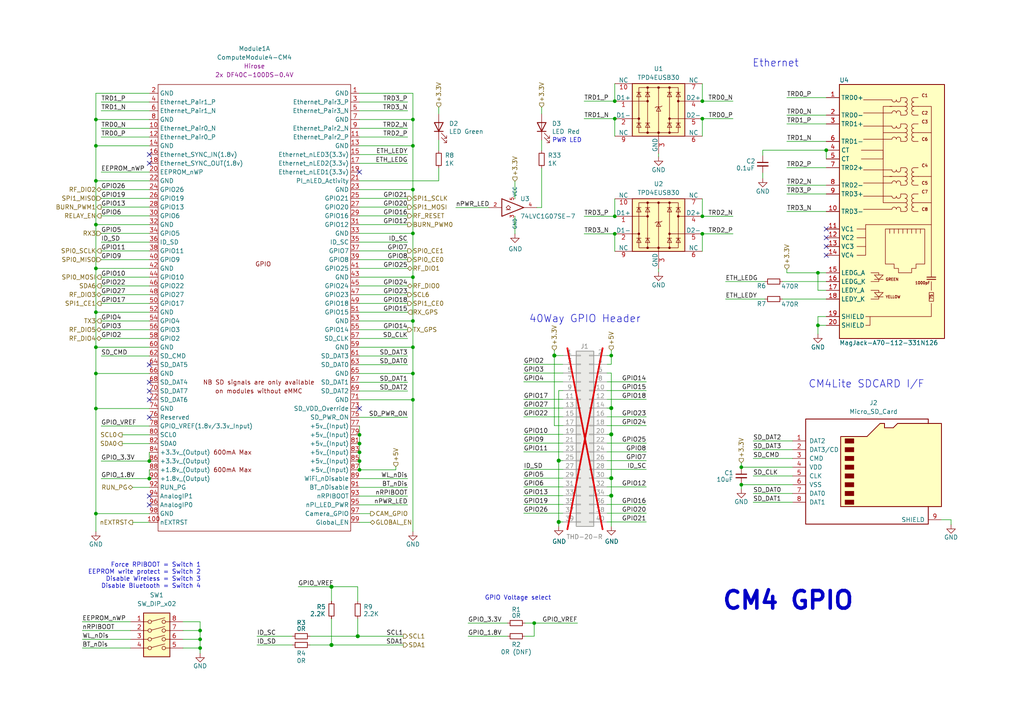
<source format=kicad_sch>
(kicad_sch (version 20230121) (generator eeschema)
  (paper "A4")
  (title_block (title "PiCubed Mainboard") (date "2024-02-27") (rev "01") (company "RExLab Carnegie Mellon University") (comment 1 "Neil Khera"))
  (lib_symbols
    (symbol "CM4IO:74LVC1G07_copy"
      (property "Reference" "U" (at -2.54 3.81 0))
      (property "Value" "74LVC1G07_copy" (at 0 -3.81 0))
      (symbol "74LVC1G07_copy_1_1"
        (pin input line (at -7.62 0 0) (length 3.81) (name "~") (number "2"))
        (pin power_in line (at 0 -2.54 270) (length 0) (name "GND") (number "3"))
        (pin open_collector line (at 6.35 0 180) (length 3.81) (name "~") (number "4"))
        (pin power_in line (at 0 2.54 90) (length 0) (name "VCC") (number "5"))
      )
    )
    (symbol "CM4IO:MagJack-A70-112-331N126"
      (property "Reference" "U" (at 0 0 0))
      (property "Value" "MagJack-A70-112-331N126" (at 0 0 0))
      (symbol "MagJack-A70-112-331N126_1_1"
        (text "1000pF" (at 6.35 17.399 0) (effects (font (size 0.762 0.762))))
        (text "75" (at 8.89 13.335 900) (effects (font (size 0.762 0.762))))
        (text "C1" (at 6.985 71.755 0) (effects (font (size 0.889 0.889))))
        (text "C2" (at 6.985 66.675 0) (effects (font (size 0.889 0.889))))
        (text "C3" (at 6.985 64.135 0) (effects (font (size 0.889 0.889))))
        (text "C4" (at 6.985 51.435 0) (effects (font (size 0.889 0.889))))
        (text "C5" (at 6.985 46.355 0) (effects (font (size 0.889 0.889))))
        (text "C6" (at 6.985 59.055 0) (effects (font (size 0.889 0.889))))
        (text "C7" (at 6.985 43.815 0) (effects (font (size 0.889 0.889))))
        (text "C8" (at 6.985 38.735 0) (effects (font (size 0.889 0.889))))
        (text "GREEN" (at -4.445 18.415 0) (effects (font (size 0.762 0.762)) (justify left)))
        (text "YELLOW" (at -4.445 13.335 0) (effects (font (size 0.762 0.762)) (justify left)))
        (pin passive line (at -21.59 71.12 0) (length 3.81) (name "TRD0+") (number "1"))
        (pin passive line (at -21.59 38.1 0) (length 3.81) (name "TRD3-") (number "10"))
        (pin passive line (at -21.59 33.02 0) (length 3.81) (name "VC1") (number "11"))
        (pin passive line (at -21.59 30.48 0) (length 3.81) (name "VC2") (number "12"))
        (pin passive line (at -21.59 27.94 0) (length 3.81) (name "VC3") (number "13"))
        (pin passive line (at -21.59 25.4 0) (length 3.81) (name "VC4") (number "14"))
        (pin passive line (at -21.59 20.32 0) (length 3.81) (name "LEDG_A") (number "15"))
        (pin passive line (at -21.59 17.78 0) (length 3.81) (name "LEDG_K") (number "16"))
        (pin passive line (at -21.59 15.24 0) (length 3.81) (name "LEDY_A") (number "17"))
        (pin passive line (at -21.59 12.7 0) (length 3.81) (name "LEDY_K") (number "18"))
        (pin passive line (at -21.59 7.62 0) (length 3.81) (name "SHIELD") (number "19"))
        (pin passive line (at -21.59 66.04 0) (length 3.81) (name "TRD0-") (number "2"))
        (pin passive line (at -21.59 5.08 0) (length 3.81) (name "SHIELD") (number "20"))
        (pin passive line (at -21.59 63.5 0) (length 3.81) (name "TRD1+") (number "3"))
        (pin passive line (at -21.59 55.88 0) (length 3.81) (name "CT") (number "4"))
        (pin passive line (at -21.59 53.34 0) (length 3.81) (name "CT") (number "5"))
        (pin passive line (at -21.59 58.42 0) (length 3.81) (name "TRD1-") (number "6"))
        (pin passive line (at -21.59 50.8 0) (length 3.81) (name "TRD2+") (number "7"))
        (pin passive line (at -21.59 45.72 0) (length 3.81) (name "TRD2-") (number "8"))
        (pin passive line (at -21.59 43.18 0) (length 3.81) (name "TRD3+") (number "9"))
      )
    )
    (symbol "Connector:Micro_SD_Card" (pin_names (offset 1.016))
      (property "Reference" "J" (at -16.51 15.24 0))
      (property "Value" "Micro_SD_Card" (at 16.51 15.24 0))
      (symbol "Micro_SD_Card_1_1"
        (pin bidirectional line (at -22.86 7.62 0) (length 3.81) (name "DAT2") (number "1"))
        (pin bidirectional line (at -22.86 5.08 0) (length 3.81) (name "DAT3/CD") (number "2"))
        (pin input line (at -22.86 2.54 0) (length 3.81) (name "CMD") (number "3"))
        (pin power_in line (at -22.86 0 0) (length 3.81) (name "VDD") (number "4"))
        (pin input line (at -22.86 -2.54 0) (length 3.81) (name "CLK") (number "5"))
        (pin power_in line (at -22.86 -5.08 0) (length 3.81) (name "VSS") (number "6"))
        (pin bidirectional line (at -22.86 -7.62 0) (length 3.81) (name "DAT0") (number "7"))
        (pin bidirectional line (at -22.86 -10.16 0) (length 3.81) (name "DAT1") (number "8"))
        (pin passive line (at 20.32 -15.24 180) (length 3.81) (name "SHIELD") (number "9"))
      )
    )
    (symbol "Connector_Generic:Conn_02x20_Odd_Even" (pin_names hide)
      (property "Reference" "J" (at 1.27 25.4 0))
      (property "Value" "Conn_02x20_Odd_Even" (at 1.27 -27.94 0))
      (symbol "Conn_02x20_Odd_Even_1_1"
        (pin passive line (at -5.08 22.86 0) (length 3.81) (name "Pin_1") (number "1"))
        (pin passive line (at 7.62 12.7 180) (length 3.81) (name "Pin_10") (number "10"))
        (pin passive line (at -5.08 10.16 0) (length 3.81) (name "Pin_11") (number "11"))
        (pin passive line (at 7.62 10.16 180) (length 3.81) (name "Pin_12") (number "12"))
        (pin passive line (at -5.08 7.62 0) (length 3.81) (name "Pin_13") (number "13"))
        (pin passive line (at 7.62 7.62 180) (length 3.81) (name "Pin_14") (number "14"))
        (pin passive line (at -5.08 5.08 0) (length 3.81) (name "Pin_15") (number "15"))
        (pin passive line (at 7.62 5.08 180) (length 3.81) (name "Pin_16") (number "16"))
        (pin passive line (at -5.08 2.54 0) (length 3.81) (name "Pin_17") (number "17"))
        (pin passive line (at 7.62 2.54 180) (length 3.81) (name "Pin_18") (number "18"))
        (pin passive line (at -5.08 0 0) (length 3.81) (name "Pin_19") (number "19"))
        (pin passive line (at 7.62 22.86 180) (length 3.81) (name "Pin_2") (number "2"))
        (pin passive line (at 7.62 0 180) (length 3.81) (name "Pin_20") (number "20"))
        (pin passive line (at -5.08 -2.54 0) (length 3.81) (name "Pin_21") (number "21"))
        (pin passive line (at 7.62 -2.54 180) (length 3.81) (name "Pin_22") (number "22"))
        (pin passive line (at -5.08 -5.08 0) (length 3.81) (name "Pin_23") (number "23"))
        (pin passive line (at 7.62 -5.08 180) (length 3.81) (name "Pin_24") (number "24"))
        (pin passive line (at -5.08 -7.62 0) (length 3.81) (name "Pin_25") (number "25"))
        (pin passive line (at 7.62 -7.62 180) (length 3.81) (name "Pin_26") (number "26"))
        (pin passive line (at -5.08 -10.16 0) (length 3.81) (name "Pin_27") (number "27"))
        (pin passive line (at 7.62 -10.16 180) (length 3.81) (name "Pin_28") (number "28"))
        (pin passive line (at -5.08 -12.7 0) (length 3.81) (name "Pin_29") (number "29"))
        (pin passive line (at -5.08 20.32 0) (length 3.81) (name "Pin_3") (number "3"))
        (pin passive line (at 7.62 -12.7 180) (length 3.81) (name "Pin_30") (number "30"))
        (pin passive line (at -5.08 -15.24 0) (length 3.81) (name "Pin_31") (number "31"))
        (pin passive line (at 7.62 -15.24 180) (length 3.81) (name "Pin_32") (number "32"))
        (pin passive line (at -5.08 -17.78 0) (length 3.81) (name "Pin_33") (number "33"))
        (pin passive line (at 7.62 -17.78 180) (length 3.81) (name "Pin_34") (number "34"))
        (pin passive line (at -5.08 -20.32 0) (length 3.81) (name "Pin_35") (number "35"))
        (pin passive line (at 7.62 -20.32 180) (length 3.81) (name "Pin_36") (number "36"))
        (pin passive line (at -5.08 -22.86 0) (length 3.81) (name "Pin_37") (number "37"))
        (pin passive line (at 7.62 -22.86 180) (length 3.81) (name "Pin_38") (number "38"))
        (pin passive line (at -5.08 -25.4 0) (length 3.81) (name "Pin_39") (number "39"))
        (pin passive line (at 7.62 20.32 180) (length 3.81) (name "Pin_4") (number "4"))
        (pin passive line (at 7.62 -25.4 180) (length 3.81) (name "Pin_40") (number "40"))
        (pin passive line (at -5.08 17.78 0) (length 3.81) (name "Pin_5") (number "5"))
        (pin passive line (at 7.62 17.78 180) (length 3.81) (name "Pin_6") (number "6"))
        (pin passive line (at -5.08 15.24 0) (length 3.81) (name "Pin_7") (number "7"))
        (pin passive line (at 7.62 15.24 180) (length 3.81) (name "Pin_8") (number "8"))
        (pin passive line (at -5.08 12.7 0) (length 3.81) (name "Pin_9") (number "9"))
      )
    )
    (symbol "Device:C_Small" (pin_numbers hide) (pin_names (offset 0.254) hide)
      (property "Reference" "C" (at 0.254 1.778 0))
      (property "Value" "C_Small" (at 0.254 -2.032 0))
      (symbol "C_Small_1_1"
        (pin passive line (at 0 2.54 270) (length 2.032) (name "~") (number "1"))
        (pin passive line (at 0 -2.54 90) (length 2.032) (name "~") (number "2"))
      )
    )
    (symbol "Device:LED" (pin_numbers hide) (pin_names hide)
      (property "Reference" "D" (at 0 2.54 0))
      (property "Value" "LED" (at 0 -2.54 0))
      (symbol "LED_1_1"
        (pin passive line (at -3.81 0 0) (length 2.54) (name "K") (number "1"))
        (pin passive line (at 3.81 0 180) (length 2.54) (name "A") (number "2"))
      )
    )
    (symbol "Device:R_Small" (pin_numbers hide) (pin_names (offset 0.254) hide)
      (property "Reference" "R" (at 0.762 0.508 0))
      (property "Value" "R_Small" (at 0.762 -1.016 0))
      (symbol "R_Small_1_1"
        (pin passive line (at 0 2.54 270) (length 0.762) (name "~") (number "1"))
        (pin passive line (at 0 -2.54 90) (length 0.762) (name "~") (number "2"))
      )
    )
    (symbol "PiCubed:ComputeModule4-CM4"
      (property "Reference" "Module" (at 113.03 -68.58 0))
      (property "Value" "ComputeModule4-CM4" (at 140.97 2.54 0))
      (property "Field4" "Hirose" (at 0 0 0))
      (property "Field5" "2x DF40C-100DS-0.4V" (at 0 -2.54 0))
      (symbol "ComputeModule4-CM4_1_0"
        (text "GPIO" (at 0 6.35 0) (effects (font (size 1.27 1.27))))
      )
      (symbol "ComputeModule4-CM4_1_1"
        (text "600mA Max" (at -8.89 -53.34 0) (effects (font (size 1.27 1.27))))
        (text "600mA Max" (at -8.89 -48.26 0) (effects (font (size 1.27 1.27))))
        (text "NB SD signals are only available" (at -1.27 -27.94 0) (effects (font (size 1.27 1.27))))
        (text "on modules without eMMC" (at -1.27 -30.48 0) (effects (font (size 1.27 1.27))))
        (pin power_in line (at 27.94 55.88 180) (length 2.54) (name "GND") (number "1"))
        (pin passive line (at -33.02 45.72 0) (length 2.54) (name "Ethernet_Pair0_N") (number "10"))
        (pin output line (at -33.02 -68.58 0) (length 2.54) (name "nEXTRST") (number "100"))
        (pin passive line (at 27.94 43.18 180) (length 2.54) (name "Ethernet_Pair2_P") (number "11"))
        (pin passive line (at -33.02 43.18 0) (length 2.54) (name "Ethernet_Pair0_P") (number "12"))
        (pin power_in line (at 27.94 40.64 180) (length 2.54) (name "GND") (number "13"))
        (pin power_in line (at -33.02 40.64 0) (length 2.54) (name "GND") (number "14"))
        (pin output line (at 27.94 38.1 180) (length 2.54) (name "Ethernet_nLED3(3.3v)") (number "15"))
        (pin input line (at -33.02 38.1 0) (length 2.54) (name "Ethernet_SYNC_IN(1.8v)") (number "16"))
        (pin output line (at 27.94 35.56 180) (length 2.54) (name "Ethernet_nLED2(3.3v)") (number "17"))
        (pin input line (at -33.02 35.56 0) (length 2.54) (name "Ethernet_SYNC_OUT(1.8v)") (number "18"))
        (pin output line (at 27.94 33.02 180) (length 2.54) (name "Ethernet_nLED1(3.3v)") (number "19"))
        (pin power_in line (at -33.02 55.88 0) (length 2.54) (name "GND") (number "2"))
        (pin passive line (at -33.02 33.02 0) (length 2.54) (name "EEPROM_nWP") (number "20"))
        (pin open_collector line (at 27.94 30.48 180) (length 2.54) (name "PI_nLED_Activity") (number "21"))
        (pin power_in line (at -33.02 30.48 0) (length 2.54) (name "GND") (number "22"))
        (pin power_in line (at 27.94 27.94 180) (length 2.54) (name "GND") (number "23"))
        (pin passive line (at -33.02 27.94 0) (length 2.54) (name "GPIO26") (number "24"))
        (pin passive line (at 27.94 25.4 180) (length 2.54) (name "GPIO21") (number "25"))
        (pin passive line (at -33.02 25.4 0) (length 2.54) (name "GPIO19") (number "26"))
        (pin passive line (at 27.94 22.86 180) (length 2.54) (name "GPIO20") (number "27"))
        (pin passive line (at -33.02 22.86 0) (length 2.54) (name "GPIO13") (number "28"))
        (pin passive line (at 27.94 20.32 180) (length 2.54) (name "GPIO16") (number "29"))
        (pin passive line (at 27.94 53.34 180) (length 2.54) (name "Ethernet_Pair3_P") (number "3"))
        (pin passive line (at -33.02 20.32 0) (length 2.54) (name "GPIO6") (number "30"))
        (pin passive line (at 27.94 17.78 180) (length 2.54) (name "GPIO12") (number "31"))
        (pin power_in line (at -33.02 17.78 0) (length 2.54) (name "GND") (number "32"))
        (pin power_in line (at 27.94 15.24 180) (length 2.54) (name "GND") (number "33"))
        (pin passive line (at -33.02 15.24 0) (length 2.54) (name "GPIO5") (number "34"))
        (pin passive line (at 27.94 12.7 180) (length 2.54) (name "ID_SC") (number "35"))
        (pin passive line (at -33.02 12.7 0) (length 2.54) (name "ID_SD") (number "36"))
        (pin passive line (at 27.94 10.16 180) (length 2.54) (name "GPIO7") (number "37"))
        (pin passive line (at -33.02 10.16 0) (length 2.54) (name "GPIO11") (number "38"))
        (pin passive line (at 27.94 7.62 180) (length 2.54) (name "GPIO8") (number "39"))
        (pin passive line (at -33.02 53.34 0) (length 2.54) (name "Ethernet_Pair1_P") (number "4"))
        (pin passive line (at -33.02 7.62 0) (length 2.54) (name "GPIO9") (number "40"))
        (pin passive line (at 27.94 5.08 180) (length 2.54) (name "GPIO25") (number "41"))
        (pin power_in line (at -33.02 5.08 0) (length 2.54) (name "GND") (number "42"))
        (pin power_in line (at 27.94 2.54 180) (length 2.54) (name "GND") (number "43"))
        (pin passive line (at -33.02 2.54 0) (length 2.54) (name "GPIO10") (number "44"))
        (pin passive line (at 27.94 0 180) (length 2.54) (name "GPIO24") (number "45"))
        (pin passive line (at -33.02 0 0) (length 2.54) (name "GPIO22") (number "46"))
        (pin passive line (at 27.94 -2.54 180) (length 2.54) (name "GPIO23") (number "47"))
        (pin passive line (at -33.02 -2.54 0) (length 2.54) (name "GPIO27") (number "48"))
        (pin passive line (at 27.94 -5.08 180) (length 2.54) (name "GPIO18") (number "49"))
        (pin passive line (at 27.94 50.8 180) (length 2.54) (name "Ethernet_Pair3_N") (number "5"))
        (pin passive line (at -33.02 -5.08 0) (length 2.54) (name "GPIO17") (number "50"))
        (pin passive line (at 27.94 -7.62 180) (length 2.54) (name "GPIO15") (number "51"))
        (pin power_in line (at -33.02 -7.62 0) (length 2.54) (name "GND") (number "52"))
        (pin power_in line (at 27.94 -10.16 180) (length 2.54) (name "GND") (number "53"))
        (pin passive line (at -33.02 -10.16 0) (length 2.54) (name "GPIO4") (number "54"))
        (pin passive line (at 27.94 -12.7 180) (length 2.54) (name "GPIO14") (number "55"))
        (pin passive line (at -33.02 -12.7 0) (length 2.54) (name "GPIO3") (number "56"))
        (pin passive line (at 27.94 -15.24 180) (length 2.54) (name "SD_CLK") (number "57"))
        (pin passive line (at -33.02 -15.24 0) (length 2.54) (name "GPIO2") (number "58"))
        (pin power_in line (at 27.94 -17.78 180) (length 2.54) (name "GND") (number "59"))
        (pin passive line (at -33.02 50.8 0) (length 2.54) (name "Ethernet_Pair1_N") (number "6"))
        (pin power_in line (at -33.02 -17.78 0) (length 2.54) (name "GND") (number "60"))
        (pin passive line (at 27.94 -20.32 180) (length 2.54) (name "SD_DAT3") (number "61"))
        (pin passive line (at -33.02 -20.32 0) (length 2.54) (name "SD_CMD") (number "62"))
        (pin passive line (at 27.94 -22.86 180) (length 2.54) (name "SD_DAT0") (number "63"))
        (pin passive line (at -33.02 -22.86 0) (length 2.54) (name "SD_DAT5") (number "64"))
        (pin power_in line (at 27.94 -25.4 180) (length 2.54) (name "GND") (number "65"))
        (pin power_in line (at -33.02 -25.4 0) (length 2.54) (name "GND") (number "66"))
        (pin passive line (at 27.94 -27.94 180) (length 2.54) (name "SD_DAT1") (number "67"))
        (pin passive line (at -33.02 -27.94 0) (length 2.54) (name "SD_DAT4") (number "68"))
        (pin passive line (at 27.94 -30.48 180) (length 2.54) (name "SD_DAT2") (number "69"))
        (pin power_in line (at 27.94 48.26 180) (length 2.54) (name "GND") (number "7"))
        (pin passive line (at -33.02 -30.48 0) (length 2.54) (name "SD_DAT7") (number "70"))
        (pin power_in line (at 27.94 -33.02 180) (length 2.54) (name "GND") (number "71"))
        (pin passive line (at -33.02 -33.02 0) (length 2.54) (name "SD_DAT6") (number "72"))
        (pin input line (at 27.94 -35.56 180) (length 2.54) (name "SD_VDD_Override") (number "73"))
        (pin power_in line (at -33.02 -35.56 0) (length 2.54) (name "GND") (number "74"))
        (pin output line (at 27.94 -38.1 180) (length 2.54) (name "SD_PWR_ON") (number "75"))
        (pin passive line (at -33.02 -38.1 0) (length 2.54) (name "Reserved") (number "76"))
        (pin power_in line (at 27.94 -40.64 180) (length 2.54) (name "+5v_(Input)") (number "77"))
        (pin power_in line (at -33.02 -40.64 0) (length 2.54) (name "GPIO_VREF(1.8v/3.3v_Input)") (number "78"))
        (pin power_in line (at 27.94 -43.18 180) (length 2.54) (name "+5v_(Input)") (number "79"))
        (pin power_in line (at -33.02 48.26 0) (length 2.54) (name "GND") (number "8"))
        (pin passive line (at -33.02 -43.18 0) (length 2.54) (name "SCL0") (number "80"))
        (pin power_in line (at 27.94 -45.72 180) (length 2.54) (name "+5v_(Input)") (number "81"))
        (pin passive line (at -33.02 -45.72 0) (length 2.54) (name "SDA0") (number "82"))
        (pin power_in line (at 27.94 -48.26 180) (length 2.54) (name "+5v_(Input)") (number "83"))
        (pin power_out line (at -33.02 -48.26 0) (length 2.54) (name "+3.3v_(Output)") (number "84"))
        (pin power_in line (at 27.94 -50.8 180) (length 2.54) (name "+5v_(Input)") (number "85"))
        (pin power_out line (at -33.02 -50.8 0) (length 2.54) (name "+3.3v_(Output)") (number "86"))
        (pin power_in line (at 27.94 -53.34 180) (length 2.54) (name "+5v_(Input)") (number "87"))
        (pin power_out line (at -33.02 -53.34 0) (length 2.54) (name "+1.8v_(Output)") (number "88"))
        (pin power_in line (at 27.94 -55.88 180) (length 2.54) (name "WiFi_nDisable") (number "89"))
        (pin passive line (at 27.94 45.72 180) (length 2.54) (name "Ethernet_Pair2_N") (number "9"))
        (pin power_out line (at -33.02 -55.88 0) (length 2.54) (name "+1.8v_(Output)") (number "90"))
        (pin power_in line (at 27.94 -58.42 180) (length 2.54) (name "BT_nDisable") (number "91"))
        (pin passive line (at -33.02 -58.42 0) (length 2.54) (name "RUN_PG") (number "92"))
        (pin input line (at 27.94 -60.96 180) (length 2.54) (name "nRPIBOOT") (number "93"))
        (pin passive line (at -33.02 -60.96 0) (length 2.54) (name "AnalogIP1") (number "94"))
        (pin output line (at 27.94 -63.5 180) (length 2.54) (name "nPI_LED_PWR") (number "95"))
        (pin passive line (at -33.02 -63.5 0) (length 2.54) (name "AnalogIP0") (number "96"))
        (pin passive line (at 27.94 -66.04 180) (length 2.54) (name "Camera_GPIO") (number "97"))
        (pin power_in line (at -33.02 -66.04 0) (length 2.54) (name "GND") (number "98"))
        (pin input line (at 27.94 -68.58 180) (length 2.54) (name "Global_EN") (number "99"))
      )
      (symbol "ComputeModule4-CM4_2_1"
        (text "High Speed Serial" (at 140.97 0 0) (effects (font (size 1.27 1.27))))
        (pin input line (at 170.18 60.96 180) (length 5.08) (name "USB_OTG_ID") (number "101"))
        (pin input line (at 109.22 60.96 0) (length 5.08) (name "PCIe_CLK_nREQ") (number "102"))
        (pin passive line (at 170.18 58.42 180) (length 5.08) (name "USB2_N") (number "103"))
        (pin passive line (at 109.22 58.42 0) (length 5.08) (name "Reserved") (number "104"))
        (pin passive line (at 170.18 55.88 180) (length 5.08) (name "USB2_P") (number "105"))
        (pin passive line (at 109.22 55.88 0) (length 5.08) (name "Reserved") (number "106"))
        (pin power_in line (at 170.18 53.34 180) (length 5.08) (name "GND") (number "107"))
        (pin power_in line (at 109.22 53.34 0) (length 5.08) (name "GND") (number "108"))
        (pin bidirectional line (at 170.18 50.8 180) (length 5.08) (name "PCIe_nRST") (number "109"))
        (pin output line (at 109.22 50.8 0) (length 5.08) (name "PCIe_CLK_P") (number "110"))
        (pin passive line (at 170.18 48.26 180) (length 5.08) (name "VDAC_COMP") (number "111"))
        (pin output line (at 109.22 48.26 0) (length 5.08) (name "PCIe_CLK_N") (number "112"))
        (pin power_in line (at 170.18 45.72 180) (length 5.08) (name "GND") (number "113"))
        (pin power_in line (at 109.22 45.72 0) (length 5.08) (name "GND") (number "114"))
        (pin input line (at 170.18 43.18 180) (length 5.08) (name "CAM1_D0_N") (number "115"))
        (pin input line (at 109.22 43.18 0) (length 5.08) (name "PCIe_RX_P") (number "116"))
        (pin input line (at 170.18 40.64 180) (length 5.08) (name "CAM1_D0_P") (number "117"))
        (pin input line (at 109.22 40.64 0) (length 5.08) (name "PCIe_RX_N") (number "118"))
        (pin power_in line (at 170.18 38.1 180) (length 5.08) (name "GND") (number "119"))
        (pin power_in line (at 109.22 38.1 0) (length 5.08) (name "GND") (number "120"))
        (pin input line (at 170.18 35.56 180) (length 5.08) (name "CAM1_D1_N") (number "121"))
        (pin output line (at 109.22 35.56 0) (length 5.08) (name "PCIe_TX_P") (number "122"))
        (pin input line (at 170.18 33.02 180) (length 5.08) (name "CAM1_D1_P") (number "123"))
        (pin output line (at 109.22 33.02 0) (length 5.08) (name "PCIe_TX_N") (number "124"))
        (pin power_in line (at 170.18 30.48 180) (length 5.08) (name "GND") (number "125"))
        (pin power_in line (at 109.22 30.48 0) (length 5.08) (name "GND") (number "126"))
        (pin input line (at 170.18 27.94 180) (length 5.08) (name "CAM1_C_N") (number "127"))
        (pin input line (at 109.22 27.94 0) (length 5.08) (name "CAM0_D0_N") (number "128"))
        (pin input line (at 170.18 25.4 180) (length 5.08) (name "CAM1_C_P") (number "129"))
        (pin input line (at 109.22 25.4 0) (length 5.08) (name "CAM0_D0_P") (number "130"))
        (pin power_in line (at 170.18 22.86 180) (length 5.08) (name "GND") (number "131"))
        (pin power_in line (at 109.22 22.86 0) (length 5.08) (name "GND") (number "132"))
        (pin input line (at 170.18 20.32 180) (length 5.08) (name "CAM1_D2_N") (number "133"))
        (pin input line (at 109.22 20.32 0) (length 5.08) (name "CAM0_D1_N") (number "134"))
        (pin input line (at 170.18 17.78 180) (length 5.08) (name "CAM1_D2_P") (number "135"))
        (pin input line (at 109.22 17.78 0) (length 5.08) (name "CAM0_D1_P") (number "136"))
        (pin power_in line (at 170.18 15.24 180) (length 5.08) (name "GND") (number "137"))
        (pin power_in line (at 109.22 15.24 0) (length 5.08) (name "GND") (number "138"))
        (pin input line (at 170.18 12.7 180) (length 5.08) (name "CAM1_D3_N") (number "139"))
        (pin input line (at 109.22 12.7 0) (length 5.08) (name "CAM0_C_N") (number "140"))
        (pin input line (at 170.18 10.16 180) (length 5.08) (name "CAM1_D3_P") (number "141"))
        (pin input line (at 109.22 10.16 0) (length 5.08) (name "CAM0_C_P") (number "142"))
        (pin input line (at 170.18 7.62 180) (length 5.08) (name "HDMI1_HOTPLUG") (number "143"))
        (pin power_in line (at 109.22 7.62 0) (length 5.08) (name "GND") (number "144"))
        (pin bidirectional line (at 170.18 5.08 180) (length 5.08) (name "HDMI1_SDA") (number "145"))
        (pin output line (at 109.22 5.08 0) (length 5.08) (name "HDMI1_TX2_P") (number "146"))
        (pin open_collector line (at 170.18 2.54 180) (length 5.08) (name "HDMI1_SCL") (number "147"))
        (pin output line (at 109.22 2.54 0) (length 5.08) (name "HDMI1_TX2_N") (number "148"))
        (pin open_collector line (at 170.18 0 180) (length 5.08) (name "HDMI1_CEC") (number "149"))
        (pin power_in line (at 109.22 0 0) (length 5.08) (name "GND") (number "150"))
        (pin open_collector line (at 170.18 -2.54 180) (length 5.08) (name "HDMI0_CEC") (number "151"))
        (pin output line (at 109.22 -2.54 0) (length 5.08) (name "HDMI1_TX1_P") (number "152"))
        (pin input line (at 170.18 -5.08 180) (length 5.08) (name "HDMI0_HOTPLUG") (number "153"))
        (pin output line (at 109.22 -5.08 0) (length 5.08) (name "HDMI1_TX1_N") (number "154"))
        (pin power_in line (at 170.18 -7.62 180) (length 5.08) (name "GND") (number "155"))
        (pin power_in line (at 109.22 -7.62 0) (length 5.08) (name "GND") (number "156"))
        (pin output line (at 170.18 -10.16 180) (length 5.08) (name "DSI0_D0_N") (number "157"))
        (pin output line (at 109.22 -10.16 0) (length 5.08) (name "HDMI1_TX0_P") (number "158"))
        (pin output line (at 170.18 -12.7 180) (length 5.08) (name "DSI0_D0_P") (number "159"))
        (pin output line (at 109.22 -12.7 0) (length 5.08) (name "HDMI1_TX0_N") (number "160"))
        (pin power_in line (at 170.18 -15.24 180) (length 5.08) (name "GND") (number "161"))
        (pin power_in line (at 109.22 -15.24 0) (length 5.08) (name "GND") (number "162"))
        (pin output line (at 170.18 -17.78 180) (length 5.08) (name "DSI0_D1_N") (number "163"))
        (pin output line (at 109.22 -17.78 0) (length 5.08) (name "HDMI1_CLK_P") (number "164"))
        (pin output line (at 170.18 -20.32 180) (length 5.08) (name "DSI0_D1_P") (number "165"))
        (pin output line (at 109.22 -20.32 0) (length 5.08) (name "HDMI1_CLK_N") (number "166"))
        (pin power_in line (at 170.18 -22.86 180) (length 5.08) (name "GND") (number "167"))
        (pin power_in line (at 109.22 -22.86 0) (length 5.08) (name "GND") (number "168"))
        (pin output line (at 170.18 -25.4 180) (length 5.08) (name "DSI0_C_N") (number "169"))
        (pin output line (at 109.22 -25.4 0) (length 5.08) (name "HDMI0_TX2_P") (number "170"))
        (pin output line (at 170.18 -27.94 180) (length 5.08) (name "DSI0_C_P") (number "171"))
        (pin output line (at 109.22 -27.94 0) (length 5.08) (name "HDMI0_TX2_N") (number "172"))
        (pin power_in line (at 170.18 -30.48 180) (length 5.08) (name "GND") (number "173"))
        (pin power_in line (at 109.22 -30.48 0) (length 5.08) (name "GND") (number "174"))
        (pin output line (at 170.18 -33.02 180) (length 5.08) (name "DSI1_D0_N") (number "175"))
        (pin output line (at 109.22 -33.02 0) (length 5.08) (name "HDMI0_TX1_P") (number "176"))
        (pin output line (at 170.18 -35.56 180) (length 5.08) (name "DSI1_D0_P") (number "177"))
        (pin output line (at 109.22 -35.56 0) (length 5.08) (name "HDMI0_TX1_N") (number "178"))
        (pin power_in line (at 170.18 -38.1 180) (length 5.08) (name "GND") (number "179"))
        (pin power_in line (at 109.22 -38.1 0) (length 5.08) (name "GND") (number "180"))
        (pin output line (at 170.18 -40.64 180) (length 5.08) (name "DSI1_D1_N") (number "181"))
        (pin output line (at 109.22 -40.64 0) (length 5.08) (name "HDMI0_TX0_P") (number "182"))
        (pin output line (at 170.18 -43.18 180) (length 5.08) (name "DSI1_D1_P") (number "183"))
        (pin output line (at 109.22 -43.18 0) (length 5.08) (name "HDMI0_TX0_N") (number "184"))
        (pin power_in line (at 170.18 -45.72 180) (length 5.08) (name "GND") (number "185"))
        (pin power_in line (at 109.22 -45.72 0) (length 5.08) (name "GND") (number "186"))
        (pin output line (at 170.18 -48.26 180) (length 5.08) (name "DSI1_C_N") (number "187"))
        (pin output line (at 109.22 -48.26 0) (length 5.08) (name "HDMI0_CLK_P") (number "188"))
        (pin output line (at 170.18 -50.8 180) (length 5.08) (name "DSI1_C_P") (number "189"))
        (pin output line (at 109.22 -50.8 0) (length 5.08) (name "HDMI0_CLK_N") (number "190"))
        (pin power_in line (at 170.18 -53.34 180) (length 5.08) (name "GND") (number "191"))
        (pin power_in line (at 109.22 -53.34 0) (length 5.08) (name "GND") (number "192"))
        (pin output line (at 170.18 -55.88 180) (length 5.08) (name "DSI1_D2_N") (number "193"))
        (pin output line (at 109.22 -55.88 0) (length 5.08) (name "DSI1_D3_N") (number "194"))
        (pin output line (at 170.18 -58.42 180) (length 5.08) (name "DSI1_D2_P") (number "195"))
        (pin output line (at 109.22 -58.42 0) (length 5.08) (name "DSI1_D3_P") (number "196"))
        (pin power_in line (at 170.18 -60.96 180) (length 5.08) (name "GND") (number "197"))
        (pin power_in line (at 109.22 -60.96 0) (length 5.08) (name "GND") (number "198"))
        (pin bidirectional line (at 170.18 -63.5 180) (length 5.08) (name "HDMI0_SDA") (number "199"))
        (pin open_collector line (at 109.22 -63.5 0) (length 5.08) (name "HDMI0_SCL") (number "200"))
      )
    )
    (symbol "Power_Protection:TPD4EUSB30" (pin_names (offset 0))
      (property "Reference" "U" (at -0.635 8.89 0))
      (property "Value" "TPD4EUSB30" (at 8.89 -10.16 0))
      (symbol "TPD4EUSB30_1_1"
        (pin passive line (at -12.7 2.54 0) (length 5.08) (name "D1+") (number "1"))
        (pin free line (at -12.7 7.62 0) (length 5.08) (name "NC") (number "10"))
        (pin passive line (at -12.7 -2.54 0) (length 5.08) (name "D1-") (number "2"))
        (pin power_in line (at 0 -12.7 90) (length 5.08) (name "GND") (number "3"))
        (pin passive line (at 12.7 2.54 180) (length 5.08) (name "D2+") (number "4"))
        (pin passive line (at 12.7 -2.54 180) (length 5.08) (name "D2-") (number "5"))
        (pin free line (at 12.7 -7.62 180) (length 5.08) (name "NC") (number "6"))
        (pin free line (at 12.7 7.62 180) (length 5.08) (name "NC") (number "7"))
        (pin passive line (at 0 -12.7 90) (length 5.08) hide (name "GND") (number "8"))
        (pin free line (at -12.7 -7.62 0) (length 5.08) (name "NC") (number "9"))
      )
    )
    (symbol "Switch:SW_DIP_x04" (pin_names (offset 0) hide)
      (property "Reference" "SW" (at 0 8.89 0))
      (property "Value" "SW_DIP_x04" (at 0 -6.35 0))
      (symbol "SW_DIP_x04_1_1"
        (pin passive line (at -7.62 5.08 0) (length 5.08) (name "~") (number "1"))
        (pin passive line (at -7.62 2.54 0) (length 5.08) (name "~") (number "2"))
        (pin passive line (at -7.62 0 0) (length 5.08) (name "~") (number "3"))
        (pin passive line (at -7.62 -2.54 0) (length 5.08) (name "~") (number "4"))
        (pin passive line (at 7.62 -2.54 180) (length 5.08) (name "~") (number "5"))
        (pin passive line (at 7.62 0 180) (length 5.08) (name "~") (number "6"))
        (pin passive line (at 7.62 2.54 180) (length 5.08) (name "~") (number "7"))
        (pin passive line (at 7.62 5.08 180) (length 5.08) (name "~") (number "8"))
      )
    )
    (symbol "power:GND" (power) (pin_names (offset 0))
      (property "Value" "GND" (at 0 -3.81 0))
      (symbol "GND_1_1"
        (pin power_in line (at 0 0 270) (length 0) hide (name "GND") (number "1"))
      )
    )
  )
  (junction (at 178.308 29.337))
  (junction (at 154.94 180.721))
  (junction (at 237.236 79.121))
  (junction (at 96.139 187.071) (diameter 1.016))
  (junction (at 27.813 52.451))
  (junction (at 104.267 133.731))
  (junction (at 177.292 103.124))
  (junction (at 27.813 77.851))
  (junction (at 119.761 54.991))
  (junction (at 237.236 94.361))
  (junction (at 27.813 108.331))
  (junction (at 177.292 118.364) (diameter 1.016))
  (junction (at 119.761 93.091))
  (junction (at 58.039 187.96))
  (junction (at 43.307 133.731))
  (junction (at 178.308 62.738))
  (junction (at 177.292 143.764) (diameter 1.016))
  (junction (at 96.139 170.18) (diameter 1.016))
  (junction (at 119.761 42.291))
  (junction (at 27.813 65.151))
  (junction (at 177.292 125.984) (diameter 1.016))
  (junction (at 162.052 133.604) (diameter 1.016))
  (junction (at 104.267 126.111))
  (junction (at 203.708 62.738))
  (junction (at 119.761 115.951))
  (junction (at 215.011 135.509))
  (junction (at 178.308 67.818))
  (junction (at 215.011 140.589))
  (junction (at 27.813 148.971))
  (junction (at 239.649 43.561))
  (junction (at 104.267 128.651))
  (junction (at 58.039 185.42))
  (junction (at 119.761 67.691))
  (junction (at 27.813 42.291))
  (junction (at 178.308 34.417))
  (junction (at 203.708 67.818))
  (junction (at 203.708 34.417))
  (junction (at 58.039 182.88))
  (junction (at 203.708 29.337))
  (junction (at 119.761 108.331))
  (junction (at 162.052 151.384) (diameter 1.016))
  (junction (at 27.813 100.711))
  (junction (at 119.761 34.671))
  (junction (at 160.782 103.124) (diameter 1.016))
  (junction (at 27.813 90.551))
  (junction (at 104.267 136.271))
  (junction (at 119.761 100.711))
  (junction (at 27.813 118.491))
  (junction (at 177.292 138.684) (diameter 1.016))
  (junction (at 104.267 131.191))
  (junction (at 27.813 34.671))
  (junction (at 119.761 80.391))
  (junction (at 103.759 184.531) (diameter 1.016))
  (junction (at 43.307 138.811))
  (no_connect (at 239.649 68.961))
  (no_connect (at 104.267 49.911))
  (no_connect (at 43.307 105.791))
  (no_connect (at 239.649 66.421))
  (no_connect (at 43.307 121.031))
  (no_connect (at 43.307 113.411))
  (no_connect (at 43.307 110.871))
  (no_connect (at 104.267 118.491))
  (no_connect (at 43.307 44.831))
  (no_connect (at 43.307 115.951))
  (no_connect (at 239.649 71.501))
  (no_connect (at 43.307 143.891))
  (no_connect (at 43.307 146.431))
  (no_connect (at 43.307 47.371))
  (no_connect (at 239.649 74.041))
  (wire (pts (xy 215.011 140.589) (xy 215.011 141.859)))
  (wire (pts (xy 104.267 126.111) (xy 104.267 128.651)))
  (wire (pts (xy 229.87 138.049) (xy 218.44 138.049)))
  (wire (pts (xy 162.052 133.604) (xy 163.322 133.604)))
  (wire (pts (xy 221.234 50.165) (xy 221.234 51.689)))
  (wire (pts (xy 29.337 37.211) (xy 43.307 37.211)))
  (wire (pts (xy 119.761 80.391) (xy 119.761 93.091)))
  (wire (pts (xy 176.022 108.204) (xy 177.292 108.204)))
  (wire (pts (xy 229.87 127.889) (xy 218.44 127.889)))
  (wire (pts (xy 104.267 82.931) (xy 118.237 82.931)))
  (wire (pts (xy 178.308 67.818) (xy 178.308 72.898)))
  (wire (pts (xy 151.892 143.764) (xy 163.322 143.764)))
  (wire (pts (xy 119.761 108.331) (xy 119.761 115.951)))
  (wire (pts (xy 151.892 125.984) (xy 163.322 125.984)))
  (wire (pts (xy 212.598 29.337) (xy 203.708 29.337)))
  (wire (pts (xy 104.267 90.551) (xy 118.237 90.551)))
  (wire (pts (xy 58.039 187.96) (xy 58.039 185.42)))
  (wire (pts (xy 239.649 91.821) (xy 237.236 91.821)))
  (wire (pts (xy 74.549 184.531) (xy 84.836 184.531)))
  (wire (pts (xy 58.039 182.88) (xy 58.039 185.42)))
  (wire (pts (xy 162.052 151.384) (xy 163.322 151.384)))
  (wire (pts (xy 228.219 56.261) (xy 239.649 56.261)))
  (wire (pts (xy 169.418 62.738) (xy 178.308 62.738)))
  (wire (pts (xy 210.439 86.741) (xy 221.869 86.741)))
  (wire (pts (xy 29.337 80.391) (xy 43.307 80.391)))
  (wire (pts (xy 239.649 84.201) (xy 237.236 84.201)))
  (wire (pts (xy 203.708 67.818) (xy 203.708 72.898)))
  (wire (pts (xy 177.292 118.364) (xy 176.022 118.364)))
  (wire (pts (xy 212.598 62.738) (xy 203.708 62.738)))
  (wire (pts (xy 132.207 60.198) (xy 141.732 60.198)))
  (wire (pts (xy 29.337 57.531) (xy 43.307 57.531)))
  (wire (pts (xy 29.337 138.811) (xy 43.307 138.811)))
  (wire (pts (xy 191.008 77.978) (xy 191.008 78.867)))
  (wire (pts (xy 104.267 123.571) (xy 104.267 126.111)))
  (wire (pts (xy 104.267 105.791) (xy 118.237 105.791)))
  (wire (pts (xy 127.254 40.64) (xy 127.254 43.688)))
  (wire (pts (xy 176.022 113.284) (xy 187.452 113.284)))
  (wire (pts (xy 203.708 57.658) (xy 203.708 62.738)))
  (wire (pts (xy 176.022 141.224) (xy 187.452 141.224)))
  (wire (pts (xy 226.949 86.741) (xy 239.649 86.741)))
  (wire (pts (xy 35.433 126.111) (xy 43.307 126.111)))
  (wire (pts (xy 119.761 115.951) (xy 119.761 154.178)))
  (wire (pts (xy 162.052 133.604) (xy 162.052 151.384)))
  (wire (pts (xy 104.267 95.631) (xy 118.237 95.631)))
  (wire (pts (xy 104.267 121.031) (xy 118.237 121.031)))
  (wire (pts (xy 228.219 33.401) (xy 239.649 33.401)))
  (wire (pts (xy 162.052 113.284) (xy 162.052 133.604)))
  (wire (pts (xy 29.337 67.691) (xy 43.307 67.691)))
  (wire (pts (xy 104.267 141.351) (xy 118.237 141.351)))
  (wire (pts (xy 151.892 136.144) (xy 163.322 136.144)))
  (wire (pts (xy 27.813 65.151) (xy 27.813 77.851)))
  (wire (pts (xy 104.267 52.451) (xy 127.254 52.451)))
  (wire (pts (xy 119.761 67.691) (xy 119.761 80.391)))
  (wire (pts (xy 104.267 98.171) (xy 118.237 98.171)))
  (wire (pts (xy 176.022 115.824) (xy 187.452 115.824)))
  (wire (pts (xy 104.267 29.591) (xy 118.237 29.591)))
  (wire (pts (xy 152.273 184.531) (xy 154.94 184.531)))
  (wire (pts (xy 176.022 120.904) (xy 187.452 120.904)))
  (wire (pts (xy 210.439 81.661) (xy 221.869 81.661)))
  (wire (pts (xy 29.337 103.251) (xy 43.307 103.251)))
  (wire (pts (xy 58.039 180.34) (xy 58.039 182.88)))
  (wire (pts (xy 27.813 90.551) (xy 43.307 90.551)))
  (wire (pts (xy 37.846 187.96) (xy 23.876 187.96)))
  (wire (pts (xy 27.813 34.671) (xy 43.307 34.671)))
  (wire (pts (xy 177.292 105.664) (xy 177.292 103.124)))
  (wire (pts (xy 104.267 77.851) (xy 118.237 77.851)))
  (wire (pts (xy 151.892 128.524) (xy 163.322 128.524)))
  (wire (pts (xy 104.267 67.691) (xy 119.761 67.691)))
  (wire (pts (xy 29.337 29.591) (xy 43.307 29.591)))
  (wire (pts (xy 176.022 136.144) (xy 187.452 136.144)))
  (wire (pts (xy 178.308 24.257) (xy 178.308 29.337)))
  (wire (pts (xy 74.549 187.071) (xy 84.836 187.071)))
  (wire (pts (xy 27.813 42.291) (xy 27.813 52.451)))
  (wire (pts (xy 29.337 85.471) (xy 43.307 85.471)))
  (wire (pts (xy 38.481 141.351) (xy 43.307 141.351)))
  (wire (pts (xy 228.219 35.941) (xy 239.649 35.941)))
  (wire (pts (xy 29.337 54.991) (xy 43.307 54.991)))
  (wire (pts (xy 163.322 113.284) (xy 162.052 113.284)))
  (wire (pts (xy 104.267 57.531) (xy 118.237 57.531)))
  (wire (pts (xy 169.418 67.818) (xy 178.308 67.818)))
  (wire (pts (xy 27.813 90.551) (xy 27.813 100.711)))
  (wire (pts (xy 29.337 49.911) (xy 43.307 49.911)))
  (wire (pts (xy 176.022 148.844) (xy 187.452 148.844)))
  (wire (pts (xy 103.759 170.18) (xy 103.759 174.371)))
  (wire (pts (xy 151.892 146.304) (xy 163.322 146.304)))
  (wire (pts (xy 29.337 133.731) (xy 43.307 133.731)))
  (wire (pts (xy 151.892 108.204) (xy 163.322 108.204)))
  (wire (pts (xy 104.267 113.411) (xy 118.237 113.411)))
  (wire (pts (xy 104.267 128.651) (xy 104.267 131.191)))
  (wire (pts (xy 104.267 75.311) (xy 118.237 75.311)))
  (wire (pts (xy 160.782 101.6) (xy 160.782 103.124)))
  (wire (pts (xy 135.763 184.531) (xy 147.193 184.531)))
  (wire (pts (xy 104.267 37.211) (xy 118.237 37.211)))
  (wire (pts (xy 27.813 118.491) (xy 27.813 148.971)))
  (wire (pts (xy 104.267 65.151) (xy 118.237 65.151)))
  (wire (pts (xy 226.949 81.661) (xy 239.649 81.661)))
  (wire (pts (xy 176.022 151.384) (xy 187.452 151.384)))
  (wire (pts (xy 104.267 133.731) (xy 104.267 136.271)))
  (wire (pts (xy 177.292 118.364) (xy 177.292 125.984)))
  (wire (pts (xy 104.267 44.831) (xy 118.237 44.831)))
  (wire (pts (xy 177.292 101.6) (xy 177.292 103.124)))
  (wire (pts (xy 29.337 60.071) (xy 43.307 60.071)))
  (wire (pts (xy 104.267 146.431) (xy 118.237 146.431)))
  (wire (pts (xy 29.337 88.011) (xy 43.307 88.011)))
  (wire (pts (xy 27.813 52.451) (xy 43.307 52.451)))
  (wire (pts (xy 237.236 84.201) (xy 237.236 79.121)))
  (wire (pts (xy 149.352 57.658) (xy 149.352 52.578)))
  (wire (pts (xy 27.813 108.331) (xy 27.813 118.491)))
  (wire (pts (xy 27.813 65.151) (xy 43.307 65.151)))
  (wire (pts (xy 215.011 134.239) (xy 215.011 135.509)))
  (wire (pts (xy 104.267 103.251) (xy 118.237 103.251)))
  (wire (pts (xy 151.892 148.844) (xy 163.322 148.844)))
  (wire (pts (xy 119.761 108.331) (xy 104.267 108.331)))
  (wire (pts (xy 177.292 138.684) (xy 177.292 125.984)))
  (wire (pts (xy 151.892 138.684) (xy 163.322 138.684)))
  (wire (pts (xy 212.598 34.417) (xy 203.708 34.417)))
  (wire (pts (xy 104.267 143.891) (xy 118.237 143.891)))
  (wire (pts (xy 27.813 34.671) (xy 27.813 42.291)))
  (wire (pts (xy 228.219 79.121) (xy 237.236 79.121)))
  (wire (pts (xy 103.759 179.451) (xy 103.759 184.531)))
  (wire (pts (xy 151.892 110.744) (xy 163.322 110.744)))
  (wire (pts (xy 104.267 138.811) (xy 118.237 138.811)))
  (wire (pts (xy 151.892 141.224) (xy 163.322 141.224)))
  (wire (pts (xy 152.273 180.721) (xy 154.94 180.721)))
  (wire (pts (xy 119.761 42.291) (xy 119.761 54.991)))
  (wire (pts (xy 37.846 185.42) (xy 23.876 185.42)))
  (wire (pts (xy 58.039 185.42) (xy 53.086 185.42)))
  (wire (pts (xy 27.813 100.711) (xy 43.307 100.711)))
  (wire (pts (xy 119.761 34.671) (xy 119.761 42.291)))
  (wire (pts (xy 169.418 29.337) (xy 178.308 29.337)))
  (wire (pts (xy 228.219 48.641) (xy 239.649 48.641)))
  (wire (pts (xy 58.039 189.484) (xy 58.039 187.96)))
  (wire (pts (xy 96.139 170.18) (xy 103.759 170.18)))
  (wire (pts (xy 27.813 108.331) (xy 43.307 108.331)))
  (wire (pts (xy 27.813 77.851) (xy 27.813 90.551)))
  (wire (pts (xy 151.892 118.364) (xy 163.322 118.364)))
  (wire (pts (xy 176.022 110.744) (xy 187.452 110.744)))
  (wire (pts (xy 23.876 180.34) (xy 37.846 180.34)))
  (wire (pts (xy 151.892 120.904) (xy 163.322 120.904)))
  (wire (pts (xy 27.813 77.851) (xy 43.307 77.851)))
  (wire (pts (xy 96.139 170.18) (xy 96.139 174.371)))
  (wire (pts (xy 176.022 123.444) (xy 187.452 123.444)))
  (wire (pts (xy 178.308 57.658) (xy 178.308 62.738)))
  (wire (pts (xy 27.813 148.971) (xy 43.307 148.971)))
  (wire (pts (xy 104.267 131.191) (xy 104.267 133.731)))
  (wire (pts (xy 215.011 140.589) (xy 229.87 140.589)))
  (wire (pts (xy 228.219 61.341) (xy 239.649 61.341)))
  (wire (pts (xy 176.022 143.764) (xy 177.292 143.764)))
  (wire (pts (xy 177.292 125.984) (xy 176.022 125.984)))
  (wire (pts (xy 176.022 105.664) (xy 177.292 105.664)))
  (wire (pts (xy 154.94 180.721) (xy 154.94 184.531)))
  (wire (pts (xy 29.337 70.231) (xy 43.307 70.231)))
  (wire (pts (xy 104.267 60.071) (xy 118.237 60.071)))
  (wire (pts (xy 29.337 93.091) (xy 43.307 93.091)))
  (wire (pts (xy 239.649 43.561) (xy 239.649 46.101)))
  (wire (pts (xy 160.782 103.124) (xy 160.782 123.444)))
  (wire (pts (xy 177.292 143.764) (xy 177.292 152.654)))
  (wire (pts (xy 23.876 182.88) (xy 37.846 182.88)))
  (wire (pts (xy 104.267 32.131) (xy 118.237 32.131)))
  (wire (pts (xy 35.433 128.651) (xy 43.307 128.651)))
  (wire (pts (xy 103.759 184.531) (xy 116.967 184.531)))
  (wire (pts (xy 29.337 32.131) (xy 43.307 32.131)))
  (wire (pts (xy 53.086 187.96) (xy 58.039 187.96)))
  (wire (pts (xy 163.322 103.124) (xy 160.782 103.124)))
  (wire (pts (xy 215.011 135.509) (xy 229.87 135.509)))
  (wire (pts (xy 27.813 148.971) (xy 27.813 154.178)))
  (wire (pts (xy 151.892 105.664) (xy 163.322 105.664)))
  (wire (pts (xy 176.022 131.064) (xy 187.452 131.064)))
  (wire (pts (xy 151.892 131.064) (xy 163.322 131.064)))
  (wire (pts (xy 114.808 136.271) (xy 114.808 135.382)))
  (wire (pts (xy 228.219 78.105) (xy 228.219 79.121)))
  (wire (pts (xy 169.418 34.417) (xy 178.308 34.417)))
  (wire (pts (xy 38.481 151.511) (xy 43.307 151.511)))
  (wire (pts (xy 237.236 91.821) (xy 237.236 94.361)))
  (wire (pts (xy 119.761 27.051) (xy 119.761 34.671)))
  (wire (pts (xy 104.267 110.871) (xy 118.237 110.871)))
  (wire (pts (xy 160.782 123.444) (xy 163.322 123.444)))
  (wire (pts (xy 27.813 118.491) (xy 43.307 118.491)))
  (wire (pts (xy 177.292 143.764) (xy 177.292 138.684)))
  (wire (pts (xy 151.892 115.824) (xy 163.322 115.824)))
  (wire (pts (xy 86.487 170.18) (xy 96.139 170.18)))
  (wire (pts (xy 104.267 115.951) (xy 119.761 115.951)))
  (wire (pts (xy 104.267 136.271) (xy 114.808 136.271)))
  (wire (pts (xy 157.099 48.768) (xy 157.099 60.198)))
  (wire (pts (xy 43.307 136.271) (xy 43.307 138.811)))
  (wire (pts (xy 218.44 130.429) (xy 229.87 130.429)))
  (wire (pts (xy 104.267 93.091) (xy 119.761 93.091)))
  (wire (pts (xy 27.813 42.291) (xy 43.307 42.291)))
  (wire (pts (xy 104.267 39.751) (xy 118.237 39.751)))
  (wire (pts (xy 228.219 53.721) (xy 239.649 53.721)))
  (wire (pts (xy 119.761 100.711) (xy 104.267 100.711)))
  (wire (pts (xy 176.022 103.124) (xy 177.292 103.124)))
  (wire (pts (xy 96.139 179.451) (xy 96.139 187.071)))
  (wire (pts (xy 104.267 85.471) (xy 118.237 85.471)))
  (wire (pts (xy 104.267 47.371) (xy 118.237 47.371)))
  (wire (pts (xy 127.254 48.768) (xy 127.254 52.451)))
  (wire (pts (xy 119.761 100.711) (xy 119.761 108.331)))
  (wire (pts (xy 29.337 75.311) (xy 43.307 75.311)))
  (wire (pts (xy 228.219 41.021) (xy 239.649 41.021)))
  (wire (pts (xy 104.267 88.011) (xy 118.237 88.011)))
  (wire (pts (xy 203.708 34.417) (xy 203.708 39.497)))
  (wire (pts (xy 29.337 95.631) (xy 43.307 95.631)))
  (wire (pts (xy 176.022 138.684) (xy 177.292 138.684)))
  (wire (pts (xy 104.267 62.611) (xy 118.237 62.611)))
  (wire (pts (xy 104.267 148.971) (xy 107.442 148.971)))
  (wire (pts (xy 29.337 82.931) (xy 43.307 82.931)))
  (wire (pts (xy 43.307 131.191) (xy 43.307 133.731)))
  (wire (pts (xy 104.267 70.231) (xy 118.237 70.231)))
  (wire (pts (xy 119.761 93.091) (xy 119.761 100.711)))
  (wire (pts (xy 27.813 100.711) (xy 27.813 108.331)))
  (wire (pts (xy 96.139 187.071) (xy 116.967 187.071)))
  (wire (pts (xy 228.219 28.321) (xy 239.649 28.321)))
  (wire (pts (xy 89.916 184.531) (xy 103.759 184.531)))
  (wire (pts (xy 229.87 132.969) (xy 218.44 132.969)))
  (wire (pts (xy 119.761 34.671) (xy 104.267 34.671)))
  (wire (pts (xy 273.05 150.749) (xy 275.844 150.749)))
  (wire (pts (xy 212.598 67.818) (xy 203.708 67.818)))
  (wire (pts (xy 29.337 98.171) (xy 43.307 98.171)))
  (wire (pts (xy 119.761 42.291) (xy 104.267 42.291)))
  (wire (pts (xy 237.236 94.361) (xy 237.236 96.901)))
  (wire (pts (xy 135.763 180.721) (xy 147.193 180.721)))
  (wire (pts (xy 89.916 187.071) (xy 96.139 187.071)))
  (wire (pts (xy 154.94 180.721) (xy 167.513 180.721)))
  (wire (pts (xy 29.337 123.571) (xy 43.307 123.571)))
  (wire (pts (xy 221.234 43.561) (xy 239.649 43.561)))
  (wire (pts (xy 176.022 133.604) (xy 187.452 133.604)))
  (wire (pts (xy 29.337 72.771) (xy 43.307 72.771)))
  (wire (pts (xy 149.352 62.738) (xy 149.352 67.818)))
  (wire (pts (xy 191.008 44.577) (xy 191.008 45.466)))
  (wire (pts (xy 237.236 79.121) (xy 239.649 79.121)))
  (wire (pts (xy 119.761 54.991) (xy 119.761 67.691)))
  (wire (pts (xy 177.292 108.204) (xy 177.292 118.364)))
  (wire (pts (xy 237.236 94.361) (xy 239.649 94.361)))
  (wire (pts (xy 107.442 151.511) (xy 104.267 151.511)))
  (wire (pts (xy 157.099 31.115) (xy 157.099 33.02)))
  (wire (pts (xy 275.844 150.749) (xy 275.844 152.146)))
  (wire (pts (xy 53.086 182.88) (xy 58.039 182.88)))
  (wire (pts (xy 29.337 39.751) (xy 43.307 39.751)))
  (wire (pts (xy 104.267 54.991) (xy 119.761 54.991)))
  (wire (pts (xy 176.022 146.304) (xy 187.452 146.304)))
  (wire (pts (xy 43.307 27.051) (xy 27.813 27.051)))
  (wire (pts (xy 104.267 72.771) (xy 118.237 72.771)))
  (wire (pts (xy 176.022 128.524) (xy 187.452 128.524)))
  (wire (pts (xy 157.099 60.198) (xy 155.702 60.198)))
  (wire (pts (xy 29.337 62.611) (xy 43.307 62.611)))
  (wire (pts (xy 229.87 143.129) (xy 218.44 143.129)))
  (wire (pts (xy 218.44 145.669) (xy 229.87 145.669)))
  (wire (pts (xy 157.099 40.64) (xy 157.099 43.688)))
  (wire (pts (xy 203.708 24.257) (xy 203.708 29.337)))
  (wire (pts (xy 221.234 43.561) (xy 221.234 45.085)))
  (wire (pts (xy 104.267 80.391) (xy 119.761 80.391)))
  (wire (pts (xy 178.308 34.417) (xy 178.308 39.497)))
  (wire (pts (xy 127.254 31.115) (xy 127.254 33.02)))
  (wire (pts (xy 27.813 27.051) (xy 27.813 34.671)))
  (wire (pts (xy 104.267 27.051) (xy 119.761 27.051)))
  (wire (pts (xy 27.813 52.451) (xy 27.813 65.151)))
  (wire (pts (xy 162.052 151.384) (xy 162.052 152.654)))
  (wire (pts (xy 58.039 180.34) (xy 53.086 180.34)))
  (text "CM4 GPIO" (at 209.169 177.292 0) (effects (font (size 5.08 5.08) (thickness 1.016) bold) (justify left bottom)))
  (text "CM4Lite SDCARD I/F" (at 234.442 112.776 0) (effects (font (size 2.159 2.159)) (justify left bottom)))
  (text "Force RPIBOOT = Switch 1\nEEPROM write protect = Switch 2\nDisable Wireless = Switch 3\nDisable Bluetooth = Switch 4" (at 58.293 170.815 0) (effects (font (size 1.27 1.27)) (justify right bottom)))
  (text "PWR LED" (at 160.147 41.529 0) (effects (font (size 1.27 1.27)) (justify left bottom)))
  (text "GPIO Voltage select\n" (at 159.893 174.244 0) (effects (font (size 1.27 1.27)) (justify right bottom)))
  (text "Ethernet" (at 218.186 19.685 0) (effects (font (size 2.159 2.159)) (justify left bottom)))
  (text "40Way GPIO Header" (at 153.416 93.853 0) (effects (font (size 2.159 2.159)) (justify left bottom)))
  (label "GPIO13" (at 151.892 143.764 0))
  (label "TRD1_P" (at 228.219 35.941 0))
  (label "TRD3_N" (at 228.219 61.341 0))
  (label "TRD2_N" (at 212.598 62.738 180))
  (label "GPIO4" (at 151.892 110.744 0))
  (label "GPIO19" (at 29.337 57.531 0))
  (label "TRD1_P" (at 29.337 29.591 0))
  (label "TRD3_N" (at 169.418 67.818 0))
  (label "ID_SD" (at 29.337 70.231 0))
  (label "GPIO5" (at 151.892 138.684 0))
  (label "ETH_LEDY" (at 210.439 86.741 0))
  (label "ID_SD" (at 74.549 187.071 0))
  (label "GPIO16" (at 187.452 146.304 180))
  (label "GPIO_VREF" (at 86.487 170.18 0))
  (label "EEPROM_nWP" (at 29.337 49.911 0))
  (label "GPIO18" (at 187.452 115.824 180))
  (label "BT_nDis" (at 118.237 141.351 180))
  (label "GPIO21" (at 187.452 151.384 180))
  (label "GPIO17" (at 151.892 115.824 0))
  (label "GPIO13" (at 29.337 60.071 0))
  (label "GPIO25" (at 118.237 77.851 180))
  (label "GPIO15" (at 187.452 113.284 180))
  (label "GPIO_3.3V" (at 135.763 180.721 0))
  (label "ETH_LEDG" (at 118.237 47.371 180))
  (label "GPIO11" (at 29.337 72.771 0))
  (label "ETH_LEDG" (at 210.439 81.661 0))
  (label "GPIO24" (at 118.237 82.931 180))
  (label "GPIO6" (at 29.337 62.611 0))
  (label "SD_DAT1" (at 118.237 110.871 180))
  (label "TRD3_P" (at 118.237 29.591 180))
  (label "TRD0_P" (at 228.219 28.321 0))
  (label "GPIO21" (at 118.237 57.531 180))
  (label "GPIO23" (at 187.452 120.904 180))
  (label "GPIO_1.8V" (at 29.337 138.811 0))
  (label "GPIO7" (at 187.452 133.604 180))
  (label "TRD3_P" (at 228.219 56.261 0))
  (label "BT_nDis" (at 23.876 187.96 0))
  (label "ID_SC" (at 187.452 136.144 180))
  (label "SDA1" (at 116.967 187.071 180))
  (label "GPIO14" (at 187.452 110.744 180))
  (label "TRD3_P" (at 169.418 62.738 0))
  (label "nPWR_LED" (at 132.207 60.198 0))
  (label "GPIO20" (at 118.237 60.071 180))
  (label "TRD1_N" (at 29.337 32.131 0))
  (label "GPIO9" (at 151.892 128.524 0))
  (label "SD_DAT1" (at 218.44 145.669 0))
  (label "GPIO26" (at 29.337 54.991 0))
  (label "GPIO15" (at 118.237 90.551 180))
  (label "SD_DAT3" (at 118.237 103.251 180))
  (label "TRD2_P" (at 118.237 39.751 180))
  (label "GPIO25" (at 187.452 128.524 180))
  (label "TRD2_P" (at 228.219 48.641 0))
  (label "SD_DAT2" (at 118.237 113.411 180))
  (label "TRD2_P" (at 212.598 67.818 180))
  (label "GPIO20" (at 187.452 148.844 180))
  (label "GPIO5" (at 29.337 67.691 0))
  (label "GPIO_VREF" (at 29.337 123.571 0))
  (label "EEPROM_nWP" (at 23.876 180.34 0))
  (label "nRPIBOOT" (at 23.876 182.88 0))
  (label "TRD0_P" (at 212.598 34.417 180))
  (label "GPIO11" (at 151.892 131.064 0))
  (label "SD_PWR_ON" (at 118.237 121.031 180))
  (label "GPIO14" (at 118.237 95.631 180))
  (label "GPIO8" (at 118.237 75.311 180))
  (label "GPIO3" (at 29.337 95.631 0))
  (label "nPWR_LED" (at 118.237 146.431 180))
  (label "TRD0_N" (at 212.598 29.337 180))
  (label "ID_SD" (at 151.892 136.144 0))
  (label "SD_DAT0" (at 218.44 143.129 0))
  (label "nRPIBOOT" (at 118.237 143.891 180))
  (label "GPIO_1.8V" (at 135.763 184.531 0))
  (label "ID_SC" (at 74.549 184.531 0))
  (label "TRD0_N" (at 29.337 37.211 0))
  (label "SD_CLK" (at 118.237 98.171 180))
  (label "SD_CLK" (at 218.44 138.049 0))
  (label "GPIO27" (at 29.337 85.471 0))
  (label "GPIO4" (at 29.337 93.091 0))
  (label "TRD1_N" (at 169.418 34.417 0))
  (label "GPIO7" (at 118.237 72.771 180))
  (label "TRD1_N" (at 228.219 41.021 0))
  (label "GPIO10" (at 151.892 125.984 0))
  (label "GPIO18" (at 118.237 88.011 180))
  (label "TRD2_N" (at 228.219 53.721 0))
  (label "GPIO26" (at 151.892 148.844 0))
  (label "GPIO19" (at 151.892 146.304 0))
  (label "WL_nDis" (at 23.876 185.42 0))
  (label "TRD3_N" (at 118.237 32.131 180))
  (label "GPIO12" (at 187.452 141.224 180))
  (label "GPIO8" (at 187.452 131.064 180))
  (label "GPIO2" (at 29.337 98.171 0))
  (label "ETH_LEDY" (at 118.237 44.831 180))
  (label "TRD0_N" (at 228.219 33.401 0))
  (label "SD_DAT3" (at 218.44 130.429 0))
  (label "ID_SC" (at 118.237 70.231 180))
  (label "GPIO27" (at 151.892 118.364 0))
  (label "GPIO_VREF" (at 167.513 180.721 180))
  (label "SCL1" (at 116.967 184.531 180))
  (label "TRD2_N" (at 118.237 37.211 180))
  (label "SD_CMD" (at 29.337 103.251 0))
  (label "GPIO2" (at 151.892 105.664 0))
  (label "TRD1_P" (at 169.418 29.337 0))
  (label "GPIO9" (at 29.337 75.311 0))
  (label "GPIO23" (at 118.237 85.471 180))
  (label "TRD0_P" (at 29.337 39.751 0))
  (label "SD_CMD" (at 218.44 132.969 0))
  (label "GPIO6" (at 151.892 141.224 0))
  (label "GPIO22" (at 151.892 120.904 0))
  (label "WL_nDis" (at 118.237 138.811 180))
  (label "GPIO17" (at 29.337 88.011 0))
  (label "GPIO10" (at 29.337 80.391 0))
  (label "SD_DAT2" (at 218.44 127.889 0))
  (label "GPIO12" (at 118.237 65.151 180))
  (label "GPIO16" (at 118.237 62.611 180))
  (label "GPIO22" (at 29.337 82.931 0))
  (label "GPIO3" (at 151.892 108.204 0))
  (label "GPIO_3.3V" (at 29.337 133.731 0))
  (label "SD_DAT0" (at 118.237 105.791 180))
  (label "GPIO24" (at 187.452 123.444 180))
  (hierarchical_label "RUN_PG" (shape bidirectional) (at 38.481 141.351 180))
  (hierarchical_label "RF_RESET" (shape output) (at 118.237 62.611 0))
  (hierarchical_label "SPI0_SCLK" (shape output) (at 29.337 72.771 180))
  (hierarchical_label "SPI1_CE0" (shape output) (at 118.237 88.011 0))
  (hierarchical_label "CAM_GPIO" (shape output) (at 107.442 148.971 0))
  (hierarchical_label "BURN_PWM0" (shape output) (at 118.237 65.151 0))
  (hierarchical_label "RF_DIO5" (shape bidirectional) (at 29.337 95.631 180))
  (hierarchical_label "SPI0_CE0" (shape output) (at 118.237 75.311 0))
  (hierarchical_label "+3.3V" (shape input) (at 160.782 101.6 90))
  (hierarchical_label "RF_DIO3" (shape bidirectional) (at 29.337 85.471 180))
  (hierarchical_label "+3.3V" (shape input) (at 157.099 31.115 90))
  (hierarchical_label "TX_GPS" (shape output) (at 118.237 95.631 0))
  (hierarchical_label "SPI0_CE1" (shape output) (at 118.237 72.771 0))
  (hierarchical_label "SPI1_SCLK" (shape output) (at 118.237 57.531 0))
  (hierarchical_label "SPI1_MOSI" (shape output) (at 118.237 60.071 0))
  (hierarchical_label "RF_DIO1" (shape bidirectional) (at 118.237 77.851 0))
  (hierarchical_label "SCL6" (shape output) (at 118.237 85.471 0))
  (hierarchical_label "GLOBAL_EN" (shape bidirectional) (at 107.442 151.511 0))
  (hierarchical_label "+3.3V" (shape input) (at 228.219 78.105 90))
  (hierarchical_label "RF_DIO0" (shape bidirectional) (at 118.237 82.931 0))
  (hierarchical_label "SPI1_CE1" (shape output) (at 29.337 88.011 180))
  (hierarchical_label "+3.3V" (shape input) (at 215.011 134.239 90))
  (hierarchical_label "+3.3V" (shape input) (at 127.254 31.115 90))
  (hierarchical_label "RF_DIO4" (shape bidirectional) (at 29.337 98.171 180))
  (hierarchical_label "SDA0" (shape output) (at 35.433 128.651 180))
  (hierarchical_label "RX_GPS" (shape input) (at 118.237 90.551 0))
  (hierarchical_label "TX3" (shape output) (at 29.337 93.091 180))
  (hierarchical_label "RX3" (shape input) (at 29.337 67.691 180))
  (hierarchical_label "SPI0_MISO" (shape input) (at 29.337 75.311 180))
  (hierarchical_label "RF_DIO2" (shape bidirectional) (at 29.337 54.991 180))
  (hierarchical_label "SPI1_MISO" (shape input) (at 29.337 57.531 180))
  (hierarchical_label "SPI0_MOSI" (shape output) (at 29.337 80.391 180))
  (hierarchical_label "RELAY_EN" (shape output) (at 29.337 62.611 180))
  (hierarchical_label "nEXTRST" (shape output) (at 38.481 151.511 180))
  (hierarchical_label "SDA6" (shape output) (at 29.337 82.931 180))
  (hierarchical_label "+5V" (shape input) (at 177.292 101.6 90))
  (hierarchical_label "+3.3V" (shape input) (at 149.352 52.578 90))
  (hierarchical_label "SDA1" (shape output) (at 116.967 187.071 0))
  (hierarchical_label "SCL0" (shape output) (at 35.433 126.111 180))
  (hierarchical_label "BURN_PWM1" (shape output) (at 29.337 60.071 180))
  (hierarchical_label "+5V" (shape input) (at 114.808 135.382 90))
  (hierarchical_label "SCL1" (shape output) (at 116.967 184.531 0))
  (symbol (lib_id "power:GND") (at 191.008 45.466 0) (unit 1)
    (property "Reference" "#PWR014" (effects hide))
    (property "Value" "GND" (at 191.008 49.276 0))
  )
  (symbol (lib_id "power:GND") (at 237.236 96.901 0) (unit 1)
    (property "Reference" "#PWR020" (effects hide))
    (property "Value" "GND" (at 237.236 100.711 0))
  )
  (symbol (lib_id "Switch:SW_DIP_x04") (at 45.466 185.42 0) (unit 1)
    (property "Reference" "SW1" (at 45.466 172.593 0))
    (property "Value" "SW_DIP_x02" (at 45.466 175.133 0))
  )
  (symbol (lib_id "Device:R_Small") (at 149.733 180.721 90) (unit 1)
    (property "Reference" "R1" (at 149.733 176.784 90))
    (property "Value" "0R" (at 149.733 178.562 90))
    (property "Footprint" "Resistor_SMD:R_0805_2012Metric_Pad1.15x1.40mm_HandSolder" (effects hide))
    (property "Field4" "Farnell" (effects hide))
    (property "Field5" "9233750" (effects hide))
    (property "Field7" "Rohm" (effects hide))
    (property "Field6" "MCR10EZPJ000" (effects hide))
    (property "Part Description" "Resistor 0R M2012 5% " (effects hide))
    (property "Field8" "121629591" (effects hide))
  )
  (symbol (lib_id "power:GND") (at 221.234 51.689 0) (unit 1)
    (property "Reference" "#PWR017" (effects hide))
    (property "Value" "GND" (at 221.234 55.499 0))
  )
  (symbol (lib_id "Connector:Micro_SD_Card") (at 252.73 135.509 0) (unit 1)
    (property "Reference" "J2" (at 253.365 116.84 0))
    (property "Value" "Micro_SD_Card" (at 253.365 119.38 0))
    (property "Datasheet" "http://katalog.we-online.de/em/datasheet/693072010801.pdf" (effects hide))
  )
  (symbol (lib_id "power:GND") (at 191.008 78.867 0) (unit 1)
    (property "Reference" "#PWR015" (effects hide))
    (property "Value" "GND" (at 191.008 82.677 0))
  )
  (symbol (lib_id "power:GND") (at 149.352 67.818 0) (unit 1)
    (property "Reference" "#PWR05" (effects hide))
    (property "Value" "GND" (at 149.479 72.2122 0))
  )
  (symbol (lib_id "power:GND") (at 119.761 154.178 0) (mirror y) (unit 1)
    (property "Reference" "#PWR07" (effects hide))
    (property "Value" "GND" (at 119.761 157.861 0))
  )
  (symbol (lib_id "Device:LED") (at 127.254 36.83 90) (unit 1)
    (property "Reference" "D2" (at 130.2258 35.8394 90) (effects (justify right)))
    (property "Value" "LED Green" (at 130.2258 38.1508 90) (effects (justify right)))
    (property "Footprint" "LED_SMD:LED_0603_1608Metric" (effects hide))
    (property "Datasheet" "http://optoelectronics.liteon.com/upload/download/DS22-2000-226/LTST-S270KGKT.pdf" (effects hide))
    (property "Field4" "Digikey " (effects hide))
    (property "Field5" "LTST-S270KGKT" (effects hide))
    (property "Field6" "SML-A12M8TT86N" (effects hide))
    (property "Field7" "Rohm" (effects hide))
    (property "Field8" "650263301" (effects hide))
    (property "Part Description" "	Green 572nm LED Indication - Discrete 2.2V 2-SMD, No Lead" (effects hide))
  )
  (symbol (lib_id "Device:R_Small") (at 87.376 187.071 90) (unit 1)
    (property "Reference" "R4" (at 87.376 189.484 90))
    (property "Value" "0R" (at 87.376 191.643 90))
    (property "Footprint" "Resistor_SMD:R_0805_2012Metric_Pad1.15x1.40mm_HandSolder" (effects hide))
    (property "Field4" "nf" (effects hide))
    (property "Field5" "nf" (effects hide))
    (property "Field6" "nf" (effects hide))
  )
  (symbol (lib_id "Device:R_Small") (at 87.376 184.531 90) (unit 1)
    (property "Reference" "R3" (at 87.376 180.594 90))
    (property "Value" "0R" (at 87.376 182.372 90))
    (property "Footprint" "Resistor_SMD:R_0805_2012Metric_Pad1.15x1.40mm_HandSolder" (effects hide))
    (property "Field4" "Farnell" (effects hide))
    (property "Field5" "9233750" (effects hide))
    (property "Field7" "Rohm" (effects hide))
    (property "Field6" "MCR10EZPJ000" (effects hide))
    (property "Part Description" "Resistor 0R M2012 5% " (effects hide))
    (property "Field8" "121629591" (effects hide))
  )
  (symbol (lib_id "power:GND") (at 27.813 154.178 0) (unit 1)
    (property "Reference" "#PWR01" (effects hide))
    (property "Value" "GND" (at 27.813 157.861 0))
  )
  (symbol (lib_id "Power_Protection:TPD4EUSB30") (at 191.008 65.278 0) (unit 1)
    (property "Reference" "U2" (at 191.008 53.34 0))
    (property "Value" "TPD4EUSB30" (at 191.008 55.88 0))
    (property "Footprint" "Package_SON:USON-10_2.5x1.0mm_P0.5mm" (effects hide))
    (property "Datasheet" "http://www.ti.com/lit/ds/symlink/tpd2eusb30a.pdf" (effects hide))
  )
  (symbol (lib_id "Connector_Generic:Conn_02x20_Odd_Even") (at 168.402 125.984 0) (unit 1) (dnp yes)
    (property "Reference" "J1" (at 169.545 100.457 0))
    (property "Value" "THD-20-R" (at 169.545 155.702 0))
    (property "Footprint" "Connector_PinHeader_2.54mm:PinHeader_2x20_P2.54mm_Vertical" (effects hide))
    (property "Datasheet" "https://www.toby.co.uk/uploads/publications/1673.pdf" (effects hide))
    (property "Field4" "Toby" (effects hide))
    (property "Field5" "THD-20-R" (effects hide))
    (property "Field6" "THD-20-R" (effects hide))
    (property "Field7" "Toby" (effects hide))
    (property "Field8" "UCON00511" (effects hide))
    (property "Part Description" "PinHeader_2x20_P2.54mm_Vertical" (effects hide))
  )
  (symbol (lib_id "Device:C_Small") (at 221.234 47.625 0) (unit 1)
    (property "Reference" "C2" (at 216.408 46.736 0) (effects (justify left)))
    (property "Value" "0.1uF" (at 213.487 48.768 0) (effects (justify left)))
  )
  (symbol (lib_id "Device:R_Small") (at 224.409 81.661 90) (unit 1)
    (property "Reference" "R6" (at 220.853 82.931 90))
    (property "Value" "470R" (at 229.108 83.058 90))
    (property "Footprint" "Resistor_SMD:R_0805_2012Metric_Pad1.15x1.40mm_HandSolder" (effects hide))
    (property "Field4" "Farnell" (effects hide))
    (property "Field5" "9233750" (effects hide))
    (property "Field7" "Rohm" (effects hide))
    (property "Field6" "MCR10EZPJ000" (effects hide))
    (property "Part Description" "Resistor 0R M2012 5% " (effects hide))
    (property "Field8" "121629591" (effects hide))
  )
  (symbol (lib_id "Device:R_Small") (at 224.409 86.741 90) (unit 1)
    (property "Reference" "R7" (at 220.853 88.138 90))
    (property "Value" "470R" (at 229.108 88.265 90))
    (property "Footprint" "Resistor_SMD:R_0805_2012Metric_Pad1.15x1.40mm_HandSolder" (effects hide))
    (property "Field4" "Farnell" (effects hide))
    (property "Field5" "9233750" (effects hide))
    (property "Field7" "Rohm" (effects hide))
    (property "Field6" "MCR10EZPJ000" (effects hide))
    (property "Part Description" "Resistor 0R M2012 5% " (effects hide))
    (property "Field8" "121629591" (effects hide))
  )
  (symbol (lib_id "power:GND") (at 177.292 152.654 0) (unit 1)
    (property "Reference" "#PWR013" (effects hide))
    (property "Value" "GND" (at 177.419 157.0482 0))
  )
  (symbol (lib_id "Device:R_Small") (at 157.099 46.228 0) (unit 1)
    (property "Reference" "R33" (at 158.877 45.0596 0) (effects (justify left)))
    (property "Value" "1K" (at 158.877 47.371 0) (effects (justify left)))
    (property "Footprint" "Resistor_SMD:R_0402_1005Metric" (effects hide))
    (property "Field4" "Farnell" (effects hide))
    (property "Field5" "9239235" (effects hide))
    (property "Field7" "KOA EUROPE GMBH" (effects hide))
    (property "Field6" "RK73H1ETTP1001F" (effects hide))
    (property "Part Description" "Resistor 1K M1005 1% 63mW" (effects hide))
    (property "Field8" "125049511" (effects hide))
  )
  (symbol (lib_id "Device:C_Small") (at 215.011 138.049 0) (unit 1)
    (property "Reference" "C1" (at 210.058 137.16 0) (effects (justify left)))
    (property "Value" "10uF" (at 207.772 139.065 0) (effects (justify left)))
  )
  (symbol (lib_id "PiCubed:ComputeModule4-CM4") (at 76.327 82.931 0) (unit 1)
    (property "Reference" "Module1" (at 73.787 14.097 0))
    (property "Value" "ComputeModule4-CM4" (at 73.787 16.637 0))
    (property "Footprint" "CM4IO:Raspberry-Pi-4-Compute-Module" (effects hide))
    (property "Field4" "Hirose" (at 73.787 19.177 0))
    (property "Field5" "2x DF40C-100DS-0.4V" (at 73.787 21.717 0))
  )
  (symbol (lib_id "CM4IO:74LVC1G07_copy") (at 149.352 60.198 0) (unit 1)
    (property "Reference" "U3" (at 150.876 57.658 0) (effects (justify left)))
    (property "Value" "74LVC1G07SE-7" (at 150.876 62.738 0) (effects (justify left)))
    (property "Footprint" "Package_TO_SOT_SMD:SOT-353_SC-70-5" (effects hide))
    (property "Datasheet" "https://www.diodes.com/assets/Datasheets/74LVC1G07.pdf" (effects hide))
    (property "Field4" "Farnell" (effects hide))
    (property "Field5" "2425492" (effects hide))
    (property "Field6" "74LVC1G07SE-7" (effects hide))
    (property "Field7" "Diodes" (effects hide))
    (property "Part Description" "Buffer, Non-Inverting 1 Element 1 Bit per Element Open Drain Output SOT-353" (effects hide))
  )
  (symbol (lib_id "power:GND") (at 162.052 152.654 0) (unit 1)
    (property "Reference" "#PWR010" (effects hide))
    (property "Value" "GND" (at 162.179 157.0482 0))
  )
  (symbol (lib_id "Device:R_Small") (at 149.733 184.531 90) (unit 1)
    (property "Reference" "R2" (at 149.733 186.944 90))
    (property "Value" "0R (DNF)" (at 149.733 189.103 90))
    (property "Footprint" "Resistor_SMD:R_0805_2012Metric_Pad1.15x1.40mm_HandSolder" (effects hide))
    (property "Field4" "nf" (effects hide))
    (property "Field5" "nf" (effects hide))
    (property "Field6" "nf" (effects hide))
  )
  (symbol (lib_id "Device:R_Small") (at 127.254 46.228 0) (unit 1)
    (property "Reference" "R8" (at 129.032 45.0596 0) (effects (justify left)))
    (property "Value" "1K" (at 129.032 47.371 0) (effects (justify left)))
    (property "Footprint" "Resistor_SMD:R_0402_1005Metric" (effects hide))
    (property "Field4" "Farnell" (effects hide))
    (property "Field5" "9239235" (effects hide))
    (property "Field7" "KOA EUROPE GMBH" (effects hide))
    (property "Field6" "RK73H1ETTP1001F" (effects hide))
    (property "Part Description" "Resistor 1K M1005 1% 63mW" (effects hide))
    (property "Field8" "125049511" (effects hide))
  )
  (symbol (lib_id "CM4IO:MagJack-A70-112-331N126") (at 261.239 99.441 0) (unit 1)
    (property "Reference" "U4" (at 243.459 23.241 0) (effects (justify left)))
    (property "Value" "MagJack-A70-112-331N126" (at 243.459 99.441 0) (effects (justify left)))
    (property "Footprint" "CM4IO:TRJG0926HENL" (effects hide))
    (property "Datasheet" "https://p.globalsources.com/IMAGES/PDT/SPEC/690/K1160305690.pdf" (effects hide))
    (property "Field6" "TRJG0926HENL" (effects hide))
    (property "Field7" "Trxcon" (effects hide))
    (property "Field8" "UCON00900" (effects hide))
    (property "Part Description" "Gigabit Ethernet Magjack" (effects hide))
  )
  (symbol (lib_id "power:GND") (at 275.844 152.146 0) (unit 1)
    (property "Reference" "#PWR022" (effects hide))
    (property "Value" "GND" (at 275.844 155.829 0))
  )
  (symbol (lib_id "Device:LED") (at 157.099 36.83 90) (unit 1)
    (property "Reference" "D3" (at 160.0708 35.8394 90) (effects (justify right)))
    (property "Value" "LED Red" (at 160.0708 38.1508 90) (effects (justify right)))
    (property "Footprint" "LED_SMD:LED_0603_1608Metric" (effects hide))
    (property "Datasheet" "http://optoelectronics.liteon.com/upload/download/DS22-2000-210/LTST-S270KRKT.pdf" (effects hide))
    (property "Field4" "Digikey " (effects hide))
    (property "Field5" "	LTST-S270KRKT" (effects hide))
    (property "Field6" "SML-A12U8TT86Q" (effects hide))
    (property "Field7" "Rohm" (effects hide))
    (property "Field8" "650295101" (effects hide))
    (property "Part Description" "	Red 620nm LED Indication - Discrete 2.2V 2-SMD, No Lead" (effects hide))
  )
  (symbol (lib_id "Device:R_Small") (at 96.139 176.911 0) (unit 1)
    (property "Reference" "R5" (at 91.821 176.022 0) (effects (justify left)))
    (property "Value" "2.2K" (at 89.916 178.054 0) (effects (justify left)))
    (property "Footprint" "Resistor_SMD:R_0402_1005Metric" (effects hide))
    (property "Field4" "Farnell" (effects hide))
    (property "Field5" "9239278" (effects hide))
    (property "Field7" "KOA EUROPE GMBH" (effects hide))
    (property "Field6" "RK73G1ETQTP2201D         " (effects hide))
    (property "Part Description" "Resistor 2.2K M1005 1% 63mW" (effects hide))
    (property "Field8" "120889581" (effects hide))
  )
  (symbol (lib_id "power:GND") (at 58.039 189.484 0) (unit 1)
    (property "Reference" "#PWR02" (effects hide))
    (property "Value" "GND" (at 58.039 193.167 0))
  )
  (symbol (lib_id "Device:R_Small") (at 103.759 176.911 0) (unit 1)
    (property "Reference" "R9" (at 105.41 176.022 0) (effects (justify left)))
    (property "Value" "2.2K" (at 105.41 178.054 0) (effects (justify left)))
    (property "Footprint" "Resistor_SMD:R_0402_1005Metric" (effects hide))
    (property "Field4" "Farnell" (effects hide))
    (property "Field5" "9239278" (effects hide))
    (property "Field7" "KOA EUROPE GMBH" (effects hide))
    (property "Field6" "RK73G1ETQTP2201D         " (effects hide))
    (property "Part Description" "Resistor 2.2K M1005 1% 63mW" (effects hide))
    (property "Field8" "120889581" (effects hide))
  )
  (symbol (lib_id "power:GND") (at 215.011 141.859 0) (unit 1)
    (property "Reference" "#PWR016" (effects hide))
    (property "Value" "GND" (at 215.011 145.542 0))
  )
  (symbol (lib_id "Power_Protection:TPD4EUSB30") (at 191.008 31.877 0) (unit 1)
    (property "Reference" "U1" (at 191.008 19.939 0))
    (property "Value" "TPD4EUSB30" (at 191.008 22.479 0))
    (property "Footprint" "Package_SON:USON-10_2.5x1.0mm_P0.5mm" (effects hide))
    (property "Datasheet" "http://www.ti.com/lit/ds/symlink/tpd2eusb30a.pdf" (effects hide))
  )
)
</source>
